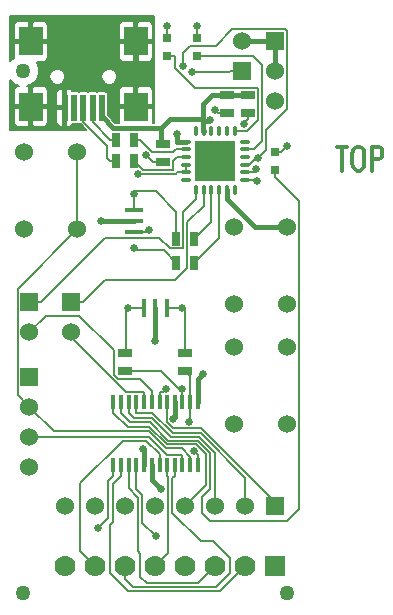
<source format=gtl>
G04 (created by PCBNEW-RS274X (2012-01-19 BZR 3256)-stable) date 12/4/2012 11:19:28 PM*
G01*
G70*
G90*
%MOIN*%
G04 Gerber Fmt 3.4, Leading zero omitted, Abs format*
%FSLAX34Y34*%
G04 APERTURE LIST*
%ADD10C,0.006000*%
%ADD11C,0.012000*%
%ADD12R,0.137800X0.137800*%
%ADD13O,0.039400X0.011800*%
%ADD14O,0.011800X0.039400*%
%ADD15R,0.079000X0.098000*%
%ADD16R,0.020000X0.091000*%
%ADD17C,0.060000*%
%ADD18R,0.016000X0.050000*%
%ADD19R,0.045000X0.025000*%
%ADD20R,0.025000X0.045000*%
%ADD21R,0.031400X0.031400*%
%ADD22R,0.060000X0.060000*%
%ADD23C,0.050000*%
%ADD24C,0.070000*%
%ADD25R,0.070000X0.070000*%
%ADD26R,0.063000X0.012000*%
%ADD27R,0.012000X0.063000*%
%ADD28C,0.025000*%
%ADD29C,0.015000*%
G04 APERTURE END LIST*
G54D10*
G54D11*
X71057Y-34524D02*
X71400Y-34524D01*
X71229Y-35324D02*
X71229Y-34524D01*
X71714Y-34524D02*
X71828Y-34524D01*
X71886Y-34562D01*
X71943Y-34638D01*
X71971Y-34790D01*
X71971Y-35057D01*
X71943Y-35210D01*
X71886Y-35286D01*
X71828Y-35324D01*
X71714Y-35324D01*
X71657Y-35286D01*
X71600Y-35210D01*
X71571Y-35057D01*
X71571Y-34790D01*
X71600Y-34638D01*
X71657Y-34562D01*
X71714Y-34524D01*
X72229Y-35324D02*
X72229Y-34524D01*
X72457Y-34524D01*
X72515Y-34562D01*
X72543Y-34600D01*
X72572Y-34676D01*
X72572Y-34790D01*
X72543Y-34867D01*
X72515Y-34905D01*
X72457Y-34943D01*
X72229Y-34943D01*
G54D12*
X67000Y-35000D03*
G54D13*
X67986Y-35640D03*
X67984Y-35384D03*
X67984Y-35128D03*
X67984Y-34872D03*
X67984Y-34616D03*
X67984Y-34360D03*
G54D14*
X67640Y-34016D03*
X67384Y-34016D03*
X67128Y-34016D03*
X66872Y-34016D03*
X66616Y-34016D03*
X66360Y-34016D03*
G54D13*
X66016Y-34360D03*
X66016Y-34616D03*
X66016Y-34872D03*
X66016Y-35128D03*
X66016Y-35384D03*
X66016Y-35640D03*
G54D14*
X66360Y-35984D03*
X66616Y-35984D03*
X66872Y-35984D03*
X67128Y-35984D03*
X67384Y-35984D03*
X67640Y-35984D03*
G54D15*
X64350Y-31020D03*
X60850Y-31020D03*
X60850Y-33190D03*
G54D16*
X63220Y-33225D03*
X61980Y-33225D03*
X62290Y-33225D03*
X62910Y-33225D03*
X62600Y-33225D03*
G54D15*
X64350Y-33190D03*
G54D17*
X67615Y-39780D03*
X67615Y-37220D03*
X69385Y-39780D03*
X69385Y-37220D03*
X62385Y-34720D03*
X62385Y-37280D03*
X60615Y-34720D03*
X60615Y-37280D03*
X67615Y-43780D03*
X67615Y-41220D03*
X69385Y-43780D03*
X69385Y-41220D03*
G54D18*
X63600Y-45150D03*
X63850Y-45150D03*
X64110Y-45150D03*
X64370Y-45150D03*
X64620Y-45150D03*
X64880Y-45150D03*
X65140Y-45150D03*
X65390Y-45150D03*
X65650Y-45150D03*
X65900Y-45150D03*
X66160Y-45150D03*
X66420Y-45150D03*
X66430Y-43050D03*
X66160Y-43050D03*
X65900Y-43050D03*
X65650Y-43050D03*
X65390Y-43050D03*
X65140Y-43050D03*
X64880Y-43050D03*
X64620Y-43050D03*
X64370Y-43050D03*
X64110Y-43050D03*
X63850Y-43050D03*
X63600Y-43050D03*
G54D19*
X68100Y-33400D03*
X68100Y-32800D03*
X67400Y-33400D03*
X67400Y-32800D03*
X65250Y-35050D03*
X65250Y-34450D03*
G54D20*
X65700Y-37600D03*
X66300Y-37600D03*
X65700Y-38400D03*
X66300Y-38400D03*
X63700Y-35000D03*
X64300Y-35000D03*
X63700Y-34300D03*
X64300Y-34300D03*
G54D19*
X64000Y-41400D03*
X64000Y-42000D03*
X66000Y-41400D03*
X66000Y-42000D03*
G54D21*
X69000Y-35295D03*
X69000Y-34705D03*
X65400Y-31495D03*
X65400Y-30905D03*
X66400Y-31495D03*
X66400Y-30905D03*
G54D17*
X63000Y-46500D03*
X64000Y-46500D03*
X62000Y-46500D03*
X65000Y-46500D03*
X66000Y-46500D03*
G54D22*
X69000Y-46500D03*
G54D17*
X68000Y-46500D03*
X67000Y-46500D03*
G54D22*
X69000Y-31000D03*
G54D17*
X69000Y-32000D03*
X69000Y-33000D03*
G54D22*
X62200Y-39700D03*
G54D17*
X62200Y-40700D03*
G54D22*
X60800Y-39700D03*
G54D17*
X60800Y-40700D03*
G54D22*
X67900Y-32000D03*
G54D17*
X67900Y-31000D03*
X60800Y-45200D03*
G54D22*
X60800Y-42200D03*
G54D17*
X60800Y-43200D03*
X60800Y-44200D03*
G54D23*
X60600Y-49400D03*
X60600Y-32000D03*
X69400Y-49400D03*
G54D24*
X63000Y-48500D03*
X64000Y-48500D03*
X62000Y-48500D03*
X65000Y-48500D03*
X66000Y-48500D03*
G54D25*
X69000Y-48500D03*
G54D24*
X68000Y-48500D03*
X67000Y-48500D03*
G54D26*
X64300Y-36626D03*
X64300Y-37000D03*
X64300Y-37374D03*
G54D27*
X65374Y-39900D03*
X65000Y-39900D03*
X64626Y-39900D03*
G54D28*
X66835Y-33631D03*
X63080Y-47250D03*
X65020Y-47520D03*
X62500Y-31500D03*
X63200Y-37000D03*
X66600Y-42100D03*
X62500Y-30500D03*
X65000Y-41000D03*
X65200Y-45950D03*
X65726Y-34095D03*
X62000Y-31000D03*
X63000Y-31000D03*
X64500Y-32000D03*
X64100Y-39900D03*
X65900Y-39900D03*
X64300Y-36100D03*
X66286Y-44687D03*
X69400Y-34500D03*
X68430Y-34897D03*
X65911Y-31852D03*
X64702Y-34819D03*
X68379Y-35679D03*
X67967Y-33764D03*
X65370Y-42591D03*
X65400Y-30500D03*
X66400Y-30500D03*
X64800Y-37300D03*
X64300Y-37900D03*
X64414Y-35425D03*
X66224Y-32041D03*
X68347Y-35255D03*
X66983Y-33290D03*
X65600Y-43600D03*
X64600Y-44600D03*
X66108Y-43690D03*
X65900Y-42612D03*
G54D29*
X65200Y-33900D02*
X65500Y-33600D01*
X66900Y-32800D02*
X67400Y-32800D01*
X63220Y-33225D02*
X63220Y-33520D01*
X66600Y-33100D02*
X66900Y-32800D01*
X66600Y-33680D02*
X66600Y-34000D01*
X66786Y-33680D02*
X66835Y-33631D01*
X66600Y-33600D02*
X66600Y-33680D01*
X66600Y-33680D02*
X66786Y-33680D01*
X63600Y-33900D02*
X65200Y-33900D01*
X65500Y-33600D02*
X66600Y-33600D01*
X65200Y-33900D02*
X65200Y-34400D01*
X66600Y-33600D02*
X66600Y-33100D01*
X65200Y-34400D02*
X65250Y-34450D01*
X63220Y-33520D02*
X63600Y-33900D01*
X66600Y-34000D02*
X66616Y-34016D01*
X68100Y-32800D02*
X67400Y-32800D01*
G54D10*
X63577Y-45766D02*
X63850Y-45493D01*
X64092Y-49332D02*
X64174Y-49332D01*
X68000Y-48500D02*
X67168Y-49332D01*
X63500Y-48740D02*
X64092Y-49332D01*
X63500Y-47122D02*
X63500Y-48740D01*
X63577Y-45824D02*
X63577Y-47045D01*
X63577Y-47045D02*
X63500Y-47122D01*
X63577Y-45824D02*
X63577Y-45766D01*
X64174Y-49332D02*
X67168Y-49332D01*
X63850Y-45493D02*
X63850Y-45150D01*
X69000Y-48500D02*
X69007Y-48500D01*
X63420Y-46910D02*
X63420Y-45679D01*
X63600Y-45493D02*
X63600Y-45150D01*
X63600Y-45499D02*
X63420Y-45679D01*
X63600Y-45493D02*
X63600Y-45499D01*
X63080Y-47250D02*
X63420Y-46910D01*
X64370Y-45930D02*
X64370Y-45150D01*
X64570Y-46130D02*
X64370Y-45930D01*
X64570Y-47070D02*
X64570Y-46130D01*
X65020Y-47520D02*
X64570Y-47070D01*
X64420Y-46231D02*
X64110Y-45921D01*
X64110Y-45921D02*
X64110Y-45150D01*
X64504Y-48104D02*
X64420Y-48020D01*
X64420Y-48020D02*
X64420Y-46231D01*
X64504Y-48870D02*
X64504Y-48104D01*
X67000Y-48500D02*
X66417Y-49083D01*
X64717Y-49083D02*
X64504Y-48870D01*
X66417Y-49083D02*
X64717Y-49083D01*
X65650Y-45150D02*
X65650Y-45493D01*
X64000Y-48938D02*
X64000Y-48500D01*
X65650Y-45493D02*
X65566Y-45577D01*
X66930Y-47668D02*
X67494Y-48232D01*
X66506Y-47668D02*
X66930Y-47668D01*
X65566Y-46728D02*
X66506Y-47668D01*
X67029Y-49208D02*
X64270Y-49208D01*
X67494Y-48743D02*
X67029Y-49208D01*
X65566Y-45577D02*
X65566Y-46728D01*
X64270Y-49208D02*
X64000Y-48938D01*
X67494Y-48232D02*
X67494Y-48743D01*
X65438Y-45541D02*
X65438Y-48062D01*
X65390Y-45493D02*
X65438Y-45541D01*
X65390Y-45150D02*
X65390Y-45493D01*
X65438Y-48062D02*
X65000Y-48500D01*
X66535Y-43917D02*
X65602Y-43917D01*
X69000Y-46382D02*
X69000Y-46500D01*
X65379Y-43404D02*
X65390Y-43393D01*
X65602Y-43917D02*
X65379Y-43694D01*
X65390Y-43050D02*
X65390Y-43393D01*
X65379Y-43694D02*
X65379Y-43404D01*
X68607Y-45989D02*
X66535Y-43917D01*
X68607Y-45989D02*
X69000Y-46382D01*
X68000Y-45572D02*
X66509Y-44081D01*
X64370Y-43050D02*
X64370Y-43393D01*
X68000Y-46500D02*
X68000Y-45572D01*
X65583Y-44081D02*
X64895Y-43393D01*
X64895Y-43393D02*
X64370Y-43393D01*
X66509Y-44081D02*
X65583Y-44081D01*
X64110Y-43050D02*
X64110Y-43393D01*
X67000Y-46500D02*
X67000Y-44747D01*
X67000Y-44747D02*
X66458Y-44205D01*
X64894Y-43584D02*
X64301Y-43584D01*
X65515Y-44205D02*
X64894Y-43584D01*
X64301Y-43584D02*
X64110Y-43393D01*
X66458Y-44205D02*
X65515Y-44205D01*
X66000Y-46500D02*
X66693Y-45807D01*
X66693Y-45807D02*
X66693Y-44786D01*
X66693Y-44786D02*
X66358Y-44451D01*
X66358Y-44451D02*
X65387Y-44451D01*
X65387Y-44451D02*
X64802Y-43866D01*
X64802Y-43866D02*
X64073Y-43866D01*
X64073Y-43866D02*
X63600Y-43393D01*
X63600Y-43050D02*
X63600Y-43393D01*
X67128Y-37572D02*
X67128Y-35984D01*
X66300Y-38400D02*
X67128Y-37572D01*
G54D29*
X69385Y-37220D02*
X68330Y-37220D01*
X65726Y-34095D02*
X65726Y-34360D01*
X66430Y-42270D02*
X66600Y-42100D01*
X67384Y-35984D02*
X67384Y-36274D01*
X61980Y-33190D02*
X61980Y-33018D01*
X64880Y-45150D02*
X64880Y-45630D01*
X66016Y-34360D02*
X65726Y-34360D01*
X63020Y-31020D02*
X63000Y-31000D01*
X64300Y-37000D02*
X63200Y-37000D01*
X63000Y-31000D02*
X62500Y-31000D01*
X66430Y-43050D02*
X66430Y-42270D01*
X62500Y-31000D02*
X62500Y-31500D01*
X62500Y-31000D02*
X62500Y-30500D01*
X64350Y-31850D02*
X64500Y-32000D01*
X62500Y-31000D02*
X62000Y-31000D01*
X64880Y-45630D02*
X65200Y-45950D01*
X65000Y-39900D02*
X65000Y-41000D01*
X64350Y-31020D02*
X64350Y-31850D01*
X68330Y-37220D02*
X67384Y-36274D01*
G54D10*
X61980Y-33225D02*
X61980Y-33190D01*
G54D29*
X64350Y-31020D02*
X63020Y-31020D01*
G54D10*
X65902Y-37919D02*
X65494Y-37919D01*
X65494Y-37919D02*
X65131Y-37556D01*
X65918Y-36716D02*
X65918Y-37903D01*
X65131Y-37556D02*
X63337Y-37556D01*
X66360Y-36274D02*
X65918Y-36716D01*
X60800Y-39700D02*
X61193Y-39700D01*
X66360Y-35984D02*
X66360Y-36274D01*
X63337Y-37556D02*
X61193Y-39700D01*
X65918Y-37903D02*
X65902Y-37919D01*
X65641Y-38975D02*
X66058Y-38558D01*
X63318Y-38975D02*
X65641Y-38975D01*
X66616Y-36490D02*
X66616Y-35984D01*
X66058Y-37048D02*
X66616Y-36490D01*
X62200Y-39700D02*
X62593Y-39700D01*
X62593Y-39700D02*
X63318Y-38975D01*
X66058Y-38558D02*
X66058Y-37048D01*
X64016Y-41384D02*
X64000Y-41400D01*
X64100Y-39900D02*
X64016Y-39900D01*
X64626Y-39900D02*
X64100Y-39900D01*
X64016Y-39900D02*
X64016Y-41384D01*
X65374Y-39900D02*
X65900Y-39900D01*
X65900Y-39900D02*
X65984Y-39900D01*
X65984Y-41384D02*
X66000Y-41400D01*
X65984Y-39900D02*
X65984Y-41384D01*
X64300Y-36626D02*
X64300Y-36100D01*
X65016Y-36016D02*
X65700Y-36700D01*
X64300Y-36100D02*
X64300Y-36016D01*
X65700Y-36700D02*
X65700Y-37600D01*
X64300Y-36016D02*
X65016Y-36016D01*
X64600Y-35300D02*
X64300Y-35000D01*
X65600Y-35000D02*
X65600Y-35300D01*
X65600Y-35300D02*
X64600Y-35300D01*
X66016Y-34872D02*
X65728Y-34872D01*
X65728Y-34872D02*
X65600Y-35000D01*
X64500Y-34300D02*
X64300Y-34300D01*
X65600Y-34700D02*
X64900Y-34700D01*
X65684Y-34616D02*
X65600Y-34700D01*
X66016Y-34616D02*
X65684Y-34616D01*
X64900Y-34700D02*
X64500Y-34300D01*
X62910Y-33710D02*
X63500Y-34300D01*
X62910Y-33225D02*
X62910Y-33710D01*
X63500Y-34300D02*
X63700Y-34300D01*
X66406Y-44807D02*
X66420Y-44807D01*
X66420Y-45150D02*
X66420Y-44807D01*
X66286Y-44687D02*
X66406Y-44807D01*
X69000Y-34705D02*
X69195Y-34705D01*
X69195Y-34705D02*
X69400Y-34500D01*
X68050Y-34016D02*
X67640Y-34016D01*
X65650Y-31898D02*
X66330Y-32578D01*
X66330Y-32578D02*
X68410Y-32578D01*
X68426Y-32594D02*
X68426Y-33640D01*
X68426Y-33640D02*
X68050Y-34016D01*
X65400Y-31495D02*
X65650Y-31495D01*
X68410Y-32578D02*
X68426Y-32594D01*
X65650Y-31495D02*
X65650Y-31898D01*
X69338Y-30606D02*
X67564Y-30606D01*
X65911Y-31394D02*
X65911Y-31852D01*
X68123Y-35128D02*
X68354Y-34897D01*
X68674Y-33988D02*
X69394Y-33268D01*
X68354Y-34897D02*
X68430Y-34897D01*
X68430Y-34897D02*
X68674Y-34653D01*
X64932Y-35050D02*
X64932Y-35049D01*
X64932Y-35049D02*
X64702Y-34819D01*
X65250Y-35050D02*
X64932Y-35050D01*
X67984Y-35128D02*
X68123Y-35128D01*
X68674Y-34653D02*
X68674Y-33988D01*
X69394Y-33268D02*
X69394Y-30662D01*
X66149Y-31156D02*
X65911Y-31394D01*
X67564Y-30606D02*
X67014Y-31156D01*
X69394Y-30662D02*
X69338Y-30606D01*
X67014Y-31156D02*
X66149Y-31156D01*
X67967Y-33764D02*
X67967Y-33751D01*
X68100Y-33400D02*
X68100Y-33618D01*
X67967Y-33751D02*
X68100Y-33618D01*
X68276Y-35640D02*
X68315Y-35679D01*
X67986Y-35640D02*
X68276Y-35640D01*
X68315Y-35679D02*
X68379Y-35679D01*
X65390Y-44807D02*
X65900Y-44807D01*
X64782Y-44199D02*
X65390Y-44807D01*
X60801Y-44199D02*
X64782Y-44199D01*
X60800Y-44200D02*
X60801Y-44199D01*
X65900Y-45150D02*
X65900Y-44807D01*
X61345Y-40155D02*
X62463Y-40155D01*
X60800Y-40700D02*
X61345Y-40155D01*
X62463Y-40155D02*
X63628Y-41320D01*
X63628Y-41320D02*
X63628Y-42125D01*
X64478Y-42256D02*
X64880Y-42658D01*
X64880Y-42658D02*
X64880Y-43050D01*
X63628Y-42125D02*
X63759Y-42256D01*
X63759Y-42256D02*
X64478Y-42256D01*
X65140Y-43050D02*
X65140Y-42707D01*
X65254Y-42707D02*
X65140Y-42707D01*
X65370Y-42591D02*
X65254Y-42707D01*
X69779Y-36324D02*
X69779Y-46603D01*
X66816Y-45931D02*
X66816Y-44736D01*
X66547Y-46742D02*
X66547Y-46200D01*
X69779Y-46603D02*
X69374Y-47008D01*
X69000Y-35545D02*
X69779Y-36324D01*
X69374Y-47008D02*
X66813Y-47008D01*
X66816Y-44736D02*
X66408Y-44328D01*
X63850Y-43394D02*
X63850Y-43050D01*
X66408Y-44328D02*
X65437Y-44328D01*
X65437Y-44328D02*
X64816Y-43707D01*
X66813Y-47008D02*
X66547Y-46742D01*
X64816Y-43707D02*
X64163Y-43707D01*
X66547Y-46200D02*
X66816Y-45931D01*
X64163Y-43707D02*
X63850Y-43394D01*
X69000Y-35295D02*
X69000Y-35545D01*
X65400Y-30905D02*
X65400Y-30500D01*
X66400Y-30500D02*
X66400Y-30905D01*
X68550Y-31800D02*
X68550Y-34340D01*
X66400Y-31495D02*
X68245Y-31495D01*
X68245Y-31495D02*
X68550Y-31800D01*
X68550Y-34340D02*
X68274Y-34616D01*
X67984Y-34616D02*
X68274Y-34616D01*
X65140Y-45150D02*
X65140Y-44767D01*
X65140Y-44767D02*
X64695Y-44322D01*
X62501Y-48001D02*
X63000Y-48500D01*
X62501Y-45733D02*
X62501Y-48001D01*
X64695Y-44322D02*
X63912Y-44322D01*
X63912Y-44322D02*
X62501Y-45733D01*
X63500Y-35000D02*
X63700Y-35000D01*
X62600Y-33225D02*
X62600Y-33700D01*
X63400Y-34900D02*
X63500Y-35000D01*
X62600Y-33700D02*
X63400Y-34500D01*
X63400Y-34500D02*
X63400Y-34900D01*
X64726Y-37374D02*
X64800Y-37300D01*
X64300Y-37900D02*
X64300Y-37984D01*
X64300Y-37984D02*
X65284Y-37984D01*
X64300Y-37374D02*
X64726Y-37374D01*
X65284Y-37984D02*
X65700Y-38400D01*
X62200Y-40873D02*
X62200Y-40700D01*
X64034Y-42707D02*
X62200Y-40873D01*
X64620Y-42707D02*
X64034Y-42707D01*
X64620Y-43050D02*
X64620Y-42707D01*
X60406Y-42806D02*
X60406Y-39259D01*
X61619Y-44019D02*
X64777Y-44019D01*
X60406Y-39259D02*
X62385Y-37280D01*
X66160Y-44870D02*
X66160Y-45150D01*
X60800Y-43200D02*
X60406Y-42806D01*
X65874Y-44584D02*
X66160Y-44870D01*
X65342Y-44584D02*
X65874Y-44584D01*
X64777Y-44019D02*
X65342Y-44584D01*
X62385Y-37280D02*
X62385Y-34720D01*
X60800Y-43200D02*
X61619Y-44019D01*
X64414Y-35425D02*
X65685Y-35425D01*
X66016Y-35384D02*
X66016Y-35128D01*
X66016Y-35384D02*
X65726Y-35384D01*
X65685Y-35425D02*
X65726Y-35384D01*
X67900Y-32000D02*
X67507Y-32000D01*
X67466Y-32041D02*
X66224Y-32041D01*
X67507Y-32000D02*
X67466Y-32041D01*
X67082Y-33389D02*
X67082Y-33400D01*
X68274Y-35328D02*
X68347Y-35255D01*
X67984Y-35384D02*
X68274Y-35384D01*
X67400Y-33400D02*
X67082Y-33400D01*
X68274Y-35384D02*
X68274Y-35328D01*
X66983Y-33290D02*
X67082Y-33389D01*
G54D29*
X69000Y-32000D02*
X69000Y-31000D01*
X64620Y-44620D02*
X64620Y-45150D01*
X64600Y-44600D02*
X64620Y-44620D01*
X67900Y-31000D02*
X69000Y-31000D01*
X65650Y-43550D02*
X65650Y-43050D01*
X65600Y-43600D02*
X65650Y-43550D01*
G54D10*
X66160Y-43050D02*
X66160Y-43638D01*
X66160Y-43638D02*
X66108Y-43690D01*
X66160Y-42160D02*
X66000Y-42000D01*
X66160Y-43050D02*
X66160Y-42160D01*
X65900Y-42700D02*
X65900Y-42612D01*
X65200Y-42000D02*
X64000Y-42000D01*
X65900Y-42700D02*
X65200Y-42000D01*
X65900Y-43050D02*
X65900Y-42700D01*
X66872Y-37028D02*
X66300Y-37600D01*
X66872Y-35984D02*
X66872Y-37028D01*
G36*
X64970Y-33735D02*
X64917Y-33735D01*
X64925Y-33716D01*
X64925Y-33644D01*
X64925Y-33280D01*
X64925Y-33100D01*
X64925Y-32736D01*
X64925Y-32664D01*
X64925Y-31546D01*
X64925Y-31474D01*
X64925Y-31110D01*
X64925Y-30930D01*
X64925Y-30566D01*
X64925Y-30494D01*
X64898Y-30428D01*
X64847Y-30377D01*
X64781Y-30350D01*
X64440Y-30350D01*
X64395Y-30395D01*
X64395Y-30975D01*
X64880Y-30975D01*
X64925Y-30930D01*
X64925Y-31110D01*
X64880Y-31065D01*
X64395Y-31065D01*
X64395Y-31645D01*
X64440Y-31690D01*
X64781Y-31690D01*
X64847Y-31663D01*
X64898Y-31612D01*
X64925Y-31546D01*
X64925Y-32664D01*
X64898Y-32598D01*
X64847Y-32547D01*
X64781Y-32520D01*
X64440Y-32520D01*
X64395Y-32565D01*
X64395Y-33145D01*
X64880Y-33145D01*
X64925Y-33100D01*
X64925Y-33280D01*
X64880Y-33235D01*
X64425Y-33235D01*
X64395Y-33235D01*
X64305Y-33235D01*
X64305Y-33145D01*
X64305Y-32565D01*
X64305Y-31645D01*
X64305Y-31065D01*
X64305Y-30975D01*
X64305Y-30395D01*
X64260Y-30350D01*
X63919Y-30350D01*
X63853Y-30377D01*
X63802Y-30428D01*
X63775Y-30494D01*
X63775Y-30566D01*
X63775Y-30930D01*
X63820Y-30975D01*
X64305Y-30975D01*
X64305Y-31065D01*
X63820Y-31065D01*
X63775Y-31110D01*
X63775Y-31474D01*
X63775Y-31546D01*
X63802Y-31612D01*
X63853Y-31663D01*
X63919Y-31690D01*
X64260Y-31690D01*
X64305Y-31645D01*
X64305Y-32565D01*
X64260Y-32520D01*
X63919Y-32520D01*
X63853Y-32547D01*
X63802Y-32598D01*
X63775Y-32664D01*
X63775Y-32736D01*
X63775Y-33100D01*
X63820Y-33145D01*
X64305Y-33145D01*
X64305Y-33235D01*
X64275Y-33235D01*
X63820Y-33235D01*
X63775Y-33280D01*
X63775Y-33644D01*
X63775Y-33716D01*
X63782Y-33735D01*
X63730Y-33735D01*
X63730Y-32253D01*
X63730Y-32148D01*
X63690Y-32051D01*
X63616Y-31976D01*
X63518Y-31935D01*
X63413Y-31935D01*
X63316Y-31975D01*
X63241Y-32049D01*
X63200Y-32147D01*
X63200Y-32252D01*
X63240Y-32349D01*
X63314Y-32424D01*
X63412Y-32465D01*
X63517Y-32465D01*
X63614Y-32425D01*
X63689Y-32351D01*
X63730Y-32253D01*
X63730Y-33735D01*
X63668Y-33735D01*
X63409Y-33475D01*
X63409Y-32752D01*
X63395Y-32719D01*
X63370Y-32694D01*
X63337Y-32681D01*
X63302Y-32681D01*
X63102Y-32681D01*
X63069Y-32695D01*
X63065Y-32699D01*
X63060Y-32694D01*
X63027Y-32681D01*
X62992Y-32681D01*
X62792Y-32681D01*
X62759Y-32695D01*
X62755Y-32699D01*
X62750Y-32694D01*
X62717Y-32681D01*
X62682Y-32681D01*
X62482Y-32681D01*
X62449Y-32695D01*
X62445Y-32699D01*
X62440Y-32694D01*
X62407Y-32681D01*
X62372Y-32681D01*
X62238Y-32681D01*
X62233Y-32668D01*
X62182Y-32617D01*
X62116Y-32590D01*
X62070Y-32590D01*
X62025Y-32635D01*
X62025Y-33150D01*
X62025Y-33180D01*
X62025Y-33270D01*
X62025Y-33300D01*
X62025Y-33815D01*
X62070Y-33860D01*
X62116Y-33860D01*
X62182Y-33833D01*
X62233Y-33782D01*
X62238Y-33769D01*
X62408Y-33769D01*
X62441Y-33755D01*
X62445Y-33751D01*
X62450Y-33756D01*
X62483Y-33769D01*
X62504Y-33769D01*
X62515Y-33785D01*
X62700Y-33970D01*
X62000Y-33970D01*
X62000Y-32253D01*
X62000Y-32148D01*
X61960Y-32051D01*
X61886Y-31976D01*
X61788Y-31935D01*
X61683Y-31935D01*
X61586Y-31975D01*
X61511Y-32049D01*
X61470Y-32147D01*
X61470Y-32252D01*
X61510Y-32349D01*
X61584Y-32424D01*
X61682Y-32465D01*
X61787Y-32465D01*
X61884Y-32425D01*
X61959Y-32351D01*
X62000Y-32253D01*
X62000Y-33970D01*
X61935Y-33970D01*
X61935Y-33815D01*
X61935Y-33270D01*
X61935Y-33180D01*
X61935Y-32635D01*
X61890Y-32590D01*
X61844Y-32590D01*
X61778Y-32617D01*
X61727Y-32668D01*
X61700Y-32734D01*
X61700Y-32806D01*
X61700Y-33135D01*
X61745Y-33180D01*
X61935Y-33180D01*
X61935Y-33270D01*
X61745Y-33270D01*
X61700Y-33315D01*
X61700Y-33644D01*
X61700Y-33716D01*
X61727Y-33782D01*
X61778Y-33833D01*
X61844Y-33860D01*
X61890Y-33860D01*
X61935Y-33815D01*
X61935Y-33970D01*
X61425Y-33970D01*
X61425Y-33716D01*
X61425Y-33644D01*
X61425Y-33280D01*
X61425Y-33100D01*
X61425Y-32736D01*
X61425Y-32664D01*
X61398Y-32598D01*
X61347Y-32547D01*
X61281Y-32520D01*
X60940Y-32520D01*
X60895Y-32565D01*
X60895Y-33145D01*
X61380Y-33145D01*
X61425Y-33100D01*
X61425Y-33280D01*
X61380Y-33235D01*
X60895Y-33235D01*
X60895Y-33815D01*
X60940Y-33860D01*
X61281Y-33860D01*
X61347Y-33833D01*
X61398Y-33782D01*
X61425Y-33716D01*
X61425Y-33970D01*
X60805Y-33970D01*
X60805Y-33815D01*
X60805Y-33235D01*
X60320Y-33235D01*
X60275Y-33280D01*
X60275Y-33644D01*
X60275Y-33716D01*
X60302Y-33782D01*
X60353Y-33833D01*
X60419Y-33860D01*
X60760Y-33860D01*
X60805Y-33815D01*
X60805Y-33970D01*
X60165Y-33970D01*
X60165Y-32314D01*
X60299Y-32449D01*
X60469Y-32520D01*
X60419Y-32520D01*
X60353Y-32547D01*
X60302Y-32598D01*
X60275Y-32664D01*
X60275Y-32736D01*
X60275Y-33100D01*
X60320Y-33145D01*
X60805Y-33145D01*
X60805Y-32565D01*
X60760Y-32520D01*
X60729Y-32520D01*
X60900Y-32449D01*
X61049Y-32301D01*
X61130Y-32106D01*
X61130Y-31895D01*
X61049Y-31700D01*
X61039Y-31690D01*
X61281Y-31690D01*
X61347Y-31663D01*
X61398Y-31612D01*
X61425Y-31546D01*
X61425Y-31474D01*
X61425Y-31110D01*
X61425Y-30930D01*
X61425Y-30566D01*
X61425Y-30494D01*
X61398Y-30428D01*
X61347Y-30377D01*
X61281Y-30350D01*
X60940Y-30350D01*
X60895Y-30395D01*
X60895Y-30975D01*
X61380Y-30975D01*
X61425Y-30930D01*
X61425Y-31110D01*
X61380Y-31065D01*
X60925Y-31065D01*
X60895Y-31065D01*
X60805Y-31065D01*
X60805Y-30975D01*
X60805Y-30395D01*
X60760Y-30350D01*
X60419Y-30350D01*
X60353Y-30377D01*
X60302Y-30428D01*
X60275Y-30494D01*
X60275Y-30566D01*
X60275Y-30930D01*
X60320Y-30975D01*
X60805Y-30975D01*
X60805Y-31065D01*
X60775Y-31065D01*
X60320Y-31065D01*
X60275Y-31110D01*
X60275Y-31474D01*
X60275Y-31546D01*
X60283Y-31567D01*
X60165Y-31685D01*
X60165Y-30165D01*
X64970Y-30165D01*
X64970Y-33735D01*
X64970Y-33735D01*
G37*
X64970Y-33735D02*
X64917Y-33735D01*
X64925Y-33716D01*
X64925Y-33644D01*
X64925Y-33280D01*
X64925Y-33100D01*
X64925Y-32736D01*
X64925Y-32664D01*
X64925Y-31546D01*
X64925Y-31474D01*
X64925Y-31110D01*
X64925Y-30930D01*
X64925Y-30566D01*
X64925Y-30494D01*
X64898Y-30428D01*
X64847Y-30377D01*
X64781Y-30350D01*
X64440Y-30350D01*
X64395Y-30395D01*
X64395Y-30975D01*
X64880Y-30975D01*
X64925Y-30930D01*
X64925Y-31110D01*
X64880Y-31065D01*
X64395Y-31065D01*
X64395Y-31645D01*
X64440Y-31690D01*
X64781Y-31690D01*
X64847Y-31663D01*
X64898Y-31612D01*
X64925Y-31546D01*
X64925Y-32664D01*
X64898Y-32598D01*
X64847Y-32547D01*
X64781Y-32520D01*
X64440Y-32520D01*
X64395Y-32565D01*
X64395Y-33145D01*
X64880Y-33145D01*
X64925Y-33100D01*
X64925Y-33280D01*
X64880Y-33235D01*
X64425Y-33235D01*
X64395Y-33235D01*
X64305Y-33235D01*
X64305Y-33145D01*
X64305Y-32565D01*
X64305Y-31645D01*
X64305Y-31065D01*
X64305Y-30975D01*
X64305Y-30395D01*
X64260Y-30350D01*
X63919Y-30350D01*
X63853Y-30377D01*
X63802Y-30428D01*
X63775Y-30494D01*
X63775Y-30566D01*
X63775Y-30930D01*
X63820Y-30975D01*
X64305Y-30975D01*
X64305Y-31065D01*
X63820Y-31065D01*
X63775Y-31110D01*
X63775Y-31474D01*
X63775Y-31546D01*
X63802Y-31612D01*
X63853Y-31663D01*
X63919Y-31690D01*
X64260Y-31690D01*
X64305Y-31645D01*
X64305Y-32565D01*
X64260Y-32520D01*
X63919Y-32520D01*
X63853Y-32547D01*
X63802Y-32598D01*
X63775Y-32664D01*
X63775Y-32736D01*
X63775Y-33100D01*
X63820Y-33145D01*
X64305Y-33145D01*
X64305Y-33235D01*
X64275Y-33235D01*
X63820Y-33235D01*
X63775Y-33280D01*
X63775Y-33644D01*
X63775Y-33716D01*
X63782Y-33735D01*
X63730Y-33735D01*
X63730Y-32253D01*
X63730Y-32148D01*
X63690Y-32051D01*
X63616Y-31976D01*
X63518Y-31935D01*
X63413Y-31935D01*
X63316Y-31975D01*
X63241Y-32049D01*
X63200Y-32147D01*
X63200Y-32252D01*
X63240Y-32349D01*
X63314Y-32424D01*
X63412Y-32465D01*
X63517Y-32465D01*
X63614Y-32425D01*
X63689Y-32351D01*
X63730Y-32253D01*
X63730Y-33735D01*
X63668Y-33735D01*
X63409Y-33475D01*
X63409Y-32752D01*
X63395Y-32719D01*
X63370Y-32694D01*
X63337Y-32681D01*
X63302Y-32681D01*
X63102Y-32681D01*
X63069Y-32695D01*
X63065Y-32699D01*
X63060Y-32694D01*
X63027Y-32681D01*
X62992Y-32681D01*
X62792Y-32681D01*
X62759Y-32695D01*
X62755Y-32699D01*
X62750Y-32694D01*
X62717Y-32681D01*
X62682Y-32681D01*
X62482Y-32681D01*
X62449Y-32695D01*
X62445Y-32699D01*
X62440Y-32694D01*
X62407Y-32681D01*
X62372Y-32681D01*
X62238Y-32681D01*
X62233Y-32668D01*
X62182Y-32617D01*
X62116Y-32590D01*
X62070Y-32590D01*
X62025Y-32635D01*
X62025Y-33150D01*
X62025Y-33180D01*
X62025Y-33270D01*
X62025Y-33300D01*
X62025Y-33815D01*
X62070Y-33860D01*
X62116Y-33860D01*
X62182Y-33833D01*
X62233Y-33782D01*
X62238Y-33769D01*
X62408Y-33769D01*
X62441Y-33755D01*
X62445Y-33751D01*
X62450Y-33756D01*
X62483Y-33769D01*
X62504Y-33769D01*
X62515Y-33785D01*
X62700Y-33970D01*
X62000Y-33970D01*
X62000Y-32253D01*
X62000Y-32148D01*
X61960Y-32051D01*
X61886Y-31976D01*
X61788Y-31935D01*
X61683Y-31935D01*
X61586Y-31975D01*
X61511Y-32049D01*
X61470Y-32147D01*
X61470Y-32252D01*
X61510Y-32349D01*
X61584Y-32424D01*
X61682Y-32465D01*
X61787Y-32465D01*
X61884Y-32425D01*
X61959Y-32351D01*
X62000Y-32253D01*
X62000Y-33970D01*
X61935Y-33970D01*
X61935Y-33815D01*
X61935Y-33270D01*
X61935Y-33180D01*
X61935Y-32635D01*
X61890Y-32590D01*
X61844Y-32590D01*
X61778Y-32617D01*
X61727Y-32668D01*
X61700Y-32734D01*
X61700Y-32806D01*
X61700Y-33135D01*
X61745Y-33180D01*
X61935Y-33180D01*
X61935Y-33270D01*
X61745Y-33270D01*
X61700Y-33315D01*
X61700Y-33644D01*
X61700Y-33716D01*
X61727Y-33782D01*
X61778Y-33833D01*
X61844Y-33860D01*
X61890Y-33860D01*
X61935Y-33815D01*
X61935Y-33970D01*
X61425Y-33970D01*
X61425Y-33716D01*
X61425Y-33644D01*
X61425Y-33280D01*
X61425Y-33100D01*
X61425Y-32736D01*
X61425Y-32664D01*
X61398Y-32598D01*
X61347Y-32547D01*
X61281Y-32520D01*
X60940Y-32520D01*
X60895Y-32565D01*
X60895Y-33145D01*
X61380Y-33145D01*
X61425Y-33100D01*
X61425Y-33280D01*
X61380Y-33235D01*
X60895Y-33235D01*
X60895Y-33815D01*
X60940Y-33860D01*
X61281Y-33860D01*
X61347Y-33833D01*
X61398Y-33782D01*
X61425Y-33716D01*
X61425Y-33970D01*
X60805Y-33970D01*
X60805Y-33815D01*
X60805Y-33235D01*
X60320Y-33235D01*
X60275Y-33280D01*
X60275Y-33644D01*
X60275Y-33716D01*
X60302Y-33782D01*
X60353Y-33833D01*
X60419Y-33860D01*
X60760Y-33860D01*
X60805Y-33815D01*
X60805Y-33970D01*
X60165Y-33970D01*
X60165Y-32314D01*
X60299Y-32449D01*
X60469Y-32520D01*
X60419Y-32520D01*
X60353Y-32547D01*
X60302Y-32598D01*
X60275Y-32664D01*
X60275Y-32736D01*
X60275Y-33100D01*
X60320Y-33145D01*
X60805Y-33145D01*
X60805Y-32565D01*
X60760Y-32520D01*
X60729Y-32520D01*
X60900Y-32449D01*
X61049Y-32301D01*
X61130Y-32106D01*
X61130Y-31895D01*
X61049Y-31700D01*
X61039Y-31690D01*
X61281Y-31690D01*
X61347Y-31663D01*
X61398Y-31612D01*
X61425Y-31546D01*
X61425Y-31474D01*
X61425Y-31110D01*
X61425Y-30930D01*
X61425Y-30566D01*
X61425Y-30494D01*
X61398Y-30428D01*
X61347Y-30377D01*
X61281Y-30350D01*
X60940Y-30350D01*
X60895Y-30395D01*
X60895Y-30975D01*
X61380Y-30975D01*
X61425Y-30930D01*
X61425Y-31110D01*
X61380Y-31065D01*
X60925Y-31065D01*
X60895Y-31065D01*
X60805Y-31065D01*
X60805Y-30975D01*
X60805Y-30395D01*
X60760Y-30350D01*
X60419Y-30350D01*
X60353Y-30377D01*
X60302Y-30428D01*
X60275Y-30494D01*
X60275Y-30566D01*
X60275Y-30930D01*
X60320Y-30975D01*
X60805Y-30975D01*
X60805Y-31065D01*
X60775Y-31065D01*
X60320Y-31065D01*
X60275Y-31110D01*
X60275Y-31474D01*
X60275Y-31546D01*
X60283Y-31567D01*
X60165Y-31685D01*
X60165Y-30165D01*
X64970Y-30165D01*
X64970Y-33735D01*
M02*

</source>
